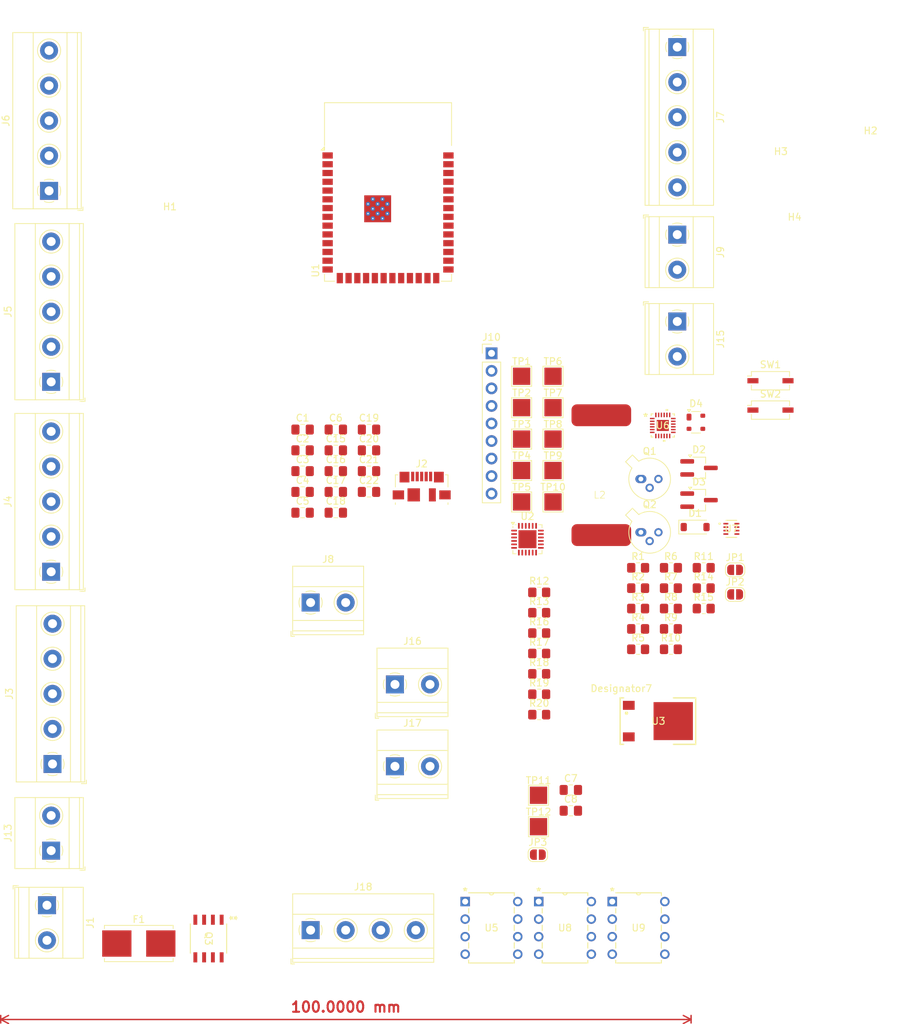
<source format=kicad_pcb>
(kicad_pcb (version 20240108) (generator "pcbnew") (generator_version "8.0")
  (layers (0 "F.Cu" signal) (31 "B.Cu" signal) (34 "B.Paste" user) (35 "F.Paste" user) (36 "B.SilkS" user "B.Silkscreen") (37 "F.SilkS" user "F.Silkscreen") (38 "B.Mask" user) (39 "F.Mask" user) (44 "Edge.Cuts" user))
  (net 0 "")
  (net 1 "+3V3")
  (net 2 "/CHIP_PU")
  (net 3 "/GPIO0_STRAPPING")
  (net 4 "Net-(U2-VPP)")
  (net 5 "+5V")
  (net 6 "Net-(JP3-A)")
  (net 7 "Net-(U6-REGOUT)")
  (net 8 "+3.3V")
  (net 9 "+12V")
  (net 10 "/SS")
  (net 11 "/SW")
  (net 12 "/BST")
  (net 13 "Net-(JP2-A)")
  (net 14 "Net-(D1-A)")
  (net 15 "/VBAT_READ")
  (net 16 "/D+")
  (net 17 "/D-")
  (net 18 "Net-(F1-Pad2)")
  (net 19 "Net-(J1-Pin_2)")
  (net 22 "/Autonomous_Soil_Monitoring_Rover_Ryan_v1/MOTOR1PWM")
  (net 23 "/Autonomous_Soil_Monitoring_Rover_Ryan_v1/MOTOR1FG")
  (net 24 "/Autonomous_Soil_Monitoring_Rover_Ryan_v1/MOTOR2FG")
  (net 25 "/Autonomous_Soil_Monitoring_Rover_Ryan_v1/MOTOR2PWM")
  (net 26 "/Autonomous_Soil_Monitoring_Rover_Ryan_v1/MOTOR3FG")
  (net 27 "/Autonomous_Soil_Monitoring_Rover_Ryan_v1/MOTOR3PWM")
  (net 28 "/Autonomous_Soil_Monitoring_Rover_Ryan_v1/MOTOR4PWM")
  (net 29 "/Autonomous_Soil_Monitoring_Rover_Ryan_v1/MOTOR4FG")
  (net 30 "/MPUINT")
  (net 31 "/MPUMOSI")
  (net 32 "/MPUCS")
  (net 33 "/MPUCLK")
  (net 34 "/MPUMISO")
  (net 35 "/Autonomous_Soil_Monitoring_Rover_Ryan_v1/Input_Probe_2")
  (net 36 "/Autonomous_Soil_Monitoring_Rover_Ryan_v1/Input_Probe_1")
  (net 38 "/temp_Sensor")
  (net 41 "/pH_Sensor")
  (net 42 "/Autonomous_Soil_Monitoring_Rover_Ryan_v1/LINACT+")
  (net 43 "/Autonomous_Soil_Monitoring_Rover_Ryan_v1/LINACT-")
  (net 44 "/Autonomous_Soil_Monitoring_Rover_Ryan_v1/UWBMISO")
  (net 45 "/Autonomous_Soil_Monitoring_Rover_Ryan_v1/UWBCLK")
  (net 46 "/Autonomous_Soil_Monitoring_Rover_Ryan_v1/UWBCS")
  (net 47 "/Autonomous_Soil_Monitoring_Rover_Ryan_v1/UWBMOSI")
  (net 48 "/RTS")
  (net 49 "Net-(Q1-B)")
  (net 50 "Net-(Q1-C)")
  (net 51 "Net-(Q2-B)")
  (net 52 "Net-(Q2-C)")
  (net 53 "/DTR")
  (net 54 "/GPIO3_STRAPPING")
  (net 55 "/GPIO46_STRAPPING")
  (net 56 "3V3")
  (net 57 "Net-(U8-+)")
  (net 58 "/FB")
  (net 59 "Net-(U9-+)")
  (net 60 "Net-(U5--)")
  (net 61 "Net-(U8--)")
  (net 62 "Net-(U9--)")
  (net 63 "/Autonomous_Soil_Monitoring_Rover_Ryan_v1/Moisture_Sensor_Output")
  (net 64 "/MOTOR4PWM")
  (net 67 "/Moisture_Sensor_Output")
  (net 68 "/MOTOR4FG")
  (net 69 "/LINACT+")
  (net 70 "/MOTOR2FG")
  (net 71 "/LINACT-")
  (net 73 "/UWBMOSI")
  (net 74 "/MOTOR1FG")
  (net 75 "/MOTOR1PWM")
  (net 78 "/RXD")
  (net 79 "/UWBMISO")
  (net 82 "/MOTOR3FG")
  (net 83 "/MOTOR2PWM")
  (net 84 "/UWBCLK")
  (net 85 "/TXD")
  (net 86 "/UWBCS")
  (net 88 "/MOTOR3PWM")
  (net 92 "/VBUS")
  (footprint "TerminalBlock_Phoenix:TerminalBlock_Phoenix_MKDS-1,5-5-5.08_1x05_P5.08mm_Horizontal" (layer "F.Cu") (at 40 126.5 90)
    (property "Reference" "J3" (at 10.16 -6.26 90) (layer "F.SilkS"))
    (property "Value" "Conn_01x05_Pin")
    (pad "1" thru_hole rect (at 0 0 90) (size 2.6 2.6) (drill 1.3) (layers "*.Cu" "*.Mask") (net 22 "/Autonomous_Soil_Monitoring_Rover_Ryan_v1/MOTOR1PWM"))
    (pad "2" thru_hole circle (at 5.08 0 90) (size 2.6 2.6) (drill 1.3) (layers "*.Cu" "*.Mask") (net 1 "+3V3"))
    (pad "3" thru_hole circle (at 10.16 0 90) (size 2.6 2.6) (drill 1.3) (layers "*.Cu" "*.Mask") (net 5 "+5V"))
    (pad "4" thru_hole circle (at 15.24 0 90) (size 2.6 2.6) (drill 1.3) (layers "*.Cu" "*.Mask") (net 23 "/Autonomous_Soil_Monitoring_Rover_Ryan_v1/MOTOR1FG"))
    (pad "5" thru_hole circle (at 20.32 0 90) (size 2.6 2.6) (drill 1.3) (layers "*.Cu" "*.Mask") (net 9 "+12V"))
  )
  (footprint "TerminalBlock_Phoenix:TerminalBlock_Phoenix_MKDS-1,5-2-5.08_1x02_P5.08mm_Horizontal" (layer "F.Cu") (at 39.195 146.955 -90)
    (property "Reference" "J1" (at 2.54 -6.26 90) (layer "F.SilkS"))
    (property "Value" "12V BATTERY POWER")
    (pad "1" thru_hole rect (at 0 0 270) (size 2.6 2.6) (drill 1.3) (layers "*.Cu" "*.Mask") (net 1 "+3V3"))
    (pad "2" thru_hole circle (at 5.08 0 270) (size 2.6 2.6) (drill 1.3) (layers "*.Cu" "*.Mask") (net 19 "Net-(J1-Pin_2)"))
  )
  (footprint "MountingHole:MountingHole_3.2mm_M3" (layer "F.Cu") (at 57 50)
    (property "Reference" "H1" (at 0 -4.2 0) (layer "F.SilkS"))
    (property "Value" "MountingHole")
    (pad "" np_thru_hole circle (at 0 0) (size 3.2 3.2) (drill 3.2) (layers "*.Cu" "*.Mask"))
  )
  (footprint "Capacitor_SMD:C_0805_2012Metric_Pad1.18x1.45mm_HandSolder" (layer "F.Cu") (at 76.224995 81.08)
    (property "Reference" "C2" (at 0 -1.68 0) (layer "F.SilkS"))
    (property "Value" "100 uF")
    (pad "1" smd roundrect (at -1.0375 0) (size 1.175 1.45) (layers "F.Cu" "F.Paste" "F.Mask") (roundrect_rratio 0.212766) (net 1 "+3V3"))
    (pad "2" smd roundrect (at 1.0375 0) (size 1.175 1.45) (layers "F.Cu" "F.Paste" "F.Mask") (roundrect_rratio 0.212766) (net 1 "+3V3"))
  )
  (footprint "Resistor_SMD:R_0805_2012Metric_Pad1.20x1.40mm_HandSolder" (layer "F.Cu") (at 124.830552 109.890552)
    (property "Reference" "R5" (at 0 -1.65 0) (layer "F.SilkS"))
    (property "Value" "10k")
    (pad "1" smd roundrect (at -1 0) (size 1.2 1.4) (layers "F.Cu" "F.Paste" "F.Mask") (roundrect_rratio 0.208333) (net 49 "Net-(Q1-B)"))
    (pad "2" smd roundrect (at 1 0) (size 1.2 1.4) (layers "F.Cu" "F.Paste" "F.Mask") (roundrect_rratio 0.208333) (net 53 "/DTR"))
  )
  (footprint "Diode_SMD:D_SOD-123" (layer "F.Cu") (at 133.085552 92.190552)
    (property "Reference" "D1" (at 0 -2 0) (layer "F.SilkS"))
    (property "Value" "D_Zener")
    (pad "1" smd roundrect (at -1.65 0) (size 0.9 1.2) (layers "F.Cu" "F.Paste" "F.Mask") (net 9 "+12V"))
    (pad "2" smd roundrect (at 1.65 0) (size 0.9 1.2) (layers "F.Cu" "F.Paste" "F.Mask") (net 14 "Net-(D1-A)"))
  )
  (footprint "Resistor_SMD:R_0805_2012Metric_Pad1.20x1.40mm_HandSolder" (layer "F.Cu") (at 129.580552 98.090552)
    (property "Reference" "R6" (at 0 -1.65 0) (layer "F.SilkS"))
    (property "Value" "10k")
    (pad "1" smd roundrect (at -1 0) (size 1.2 1.4) (layers "F.Cu" "F.Paste" "F.Mask") (roundrect_rratio 0.208333) (net 51 "Net-(Q2-B)"))
    (pad "2" smd roundrect (at 1 0) (size 1.2 1.4) (layers "F.Cu" "F.Paste" "F.Mask") (roundrect_rratio 0.208333) (net 48 "/RTS"))
  )
  (footprint "Jumper:SolderJumper-2_P1.3mm_Open_RoundedPad1.0x1.5mm" (layer "F.Cu") (at 138.880552 101.940552)
    (property "Reference" "JP2" (at 0 -1.8 0) (layer "F.SilkS"))
    (property "Value" "SolderJumper_2_Open")
    (pad "1" smd custom (at -0.65 0) (size 1 0.5) (layers "F.Cu" "F.Mask") (net 13 "Net-(JP2-A)") (options (clearance outline) (anchor rect)) (primitives (gr_circle (center 0 0.25) (end 0.5 0.25) (width 0) (fill yes)) (gr_circle (center 0 -0.25) (end 0.5 -0.25) (width 0) (fill yes)) (gr_poly (pts (xy 0.5 0.75) (xy 0 0.75) (xy 0 -0.75) (xy 0.5 -0.75)) (width 0) (fill yes))))
    (pad "2" smd custom (at 0.65 0) (size 1 0.5) (layers "F.Cu" "F.Mask") (net 5 "+5V") (options (clearance outline) (anchor rect)) (primitives (gr_circle (center 0 0.25) (end 0.5 0.25) (width 0) (fill yes)) (gr_circle (center 0 -0.25) (end 0.5 -0.25) (width 0) (fill yes)) (gr_poly (pts (xy 0 0.75) (xy -0.5 0.75) (xy -0.5 -0.75) (xy 0 -0.75)) (width 0) (fill yes))))
  )
  (footprint "Package_TO_SOT_THT:TO-18-3" (layer "F.Cu") (at 125.23 85.23)
    (property "Reference" "Q1" (at 1.27 -4.02 0) (layer "F.SilkS"))
    (property "Value" "BC107")
    (pad "1" thru_hole oval (at 0 0) (size 1.6 1.2) (drill 0.7) (layers "*.Cu" "*.Mask") (net 48 "/RTS"))
    (pad "2" thru_hole oval (at 1.27 1.27) (size 1.2 1.2) (drill 0.7) (layers "*.Cu" "*.Mask") (net 49 "Net-(Q1-B)"))
    (pad "3" thru_hole oval (at 2.54 0) (size 1.2 1.2) (drill 0.7) (layers "*.Cu" "*.Mask") (net 50 "Net-(Q1-C)"))
  )
  (footprint "Resistor_SMD:R_0805_2012Metric_Pad1.20x1.40mm_HandSolder" (layer "F.Cu") (at 134.330552 98.090552)
    (property "Reference" "R11" (at 0 -1.65 0) (layer "F.SilkS"))
    (property "Value" "10k")
    (pad "1" smd roundrect (at -1 0) (size 1.2 1.4) (layers "F.Cu" "F.Paste" "F.Mask") (roundrect_rratio 0.208333) (net 15 "/VBAT_READ"))
    (pad "2" smd roundrect (at 1 0) (size 1.2 1.4) (layers "F.Cu" "F.Paste" "F.Mask") (roundrect_rratio 0.208333) (net 1 "+3V3"))
  )
  (footprint "Resistor_SMD:R_0805_2012Metric_Pad1.20x1.40mm_HandSolder" (layer "F.Cu") (at 129.580552 106.940552)
    (property "Reference" "R9" (at 0 -1.65 0) (layer "F.SilkS"))
    (property "Value" "100k")
    (pad "1" smd roundrect (at -1 0) (size 1.2 1.4) (layers "F.Cu" "F.Paste" "F.Mask") (roundrect_rratio 0.208333) (net 14 "Net-(D1-A)"))
    (pad "2" smd roundrect (at 1 0) (size 1.2 1.4) (layers "F.Cu" "F.Paste" "F.Mask") (roundrect_rratio 0.208333) (net 1 "+3V3"))
  )
  (footprint "TerminalBlock_Phoenix:TerminalBlock_Phoenix_MKDS-1,5-5-5.08_1x05_P5.08mm_Horizontal" (layer "F.Cu") (at 130.5 22.68 -90)
    (property "Reference" "J7" (at 10.16 -6.26 90) (layer "F.SilkS"))
    (property "Value" "MPU SIGNAL")
    (pad "1" thru_hole rect (at 0 0 270) (size 2.6 2.6) (drill 1.3) (layers "*.Cu" "*.Mask") (net 31 "/MPUMOSI"))
    (pad "2" thru_hole circle (at 5.08 0 270) (size 2.6 2.6) (drill 1.3) (layers "*.Cu" "*.Mask") (net 33 "/MPUCLK"))
    (pad "3" thru_hole circle (at 10.16 0 270) (size 2.6 2.6) (drill 1.3) (layers "*.Cu" "*.Mask") (net 34 "/MPUMISO"))
    (pad "4" thru_hole circle (at 15.24 0 270) (size 2.6 2.6) (drill 1.3) (layers "*.Cu" "*.Mask") (net 32 "/MPUCS"))
    (pad "5" thru_hole circle (at 20.32 0 270) (size 2.6 2.6) (drill 1.3) (layers "*.Cu" "*.Mask") (net 30 "/MPUINT"))
  )
  (footprint "Resistor_SMD:R_0805_2012Metric_Pad1.20x1.40mm_HandSolder" (layer "F.Cu") (at 110.5 116.4)
    (property "Reference" "R19" (at 0 -1.65 0) (layer "F.SilkS"))
    (property "Value" "1K")
    (pad "1" smd roundrect (at -1 0) (size 1.2 1.4) (layers "F.Cu" "F.Paste" "F.Mask") (roundrect_rratio 0.208333) (net 1 "+3V3"))
    (pad "2" smd roundrect (at 1 0) (size 1.2 1.4) (layers "F.Cu" "F.Paste" "F.Mask") (roundrect_rratio 0.208333) (net 59 "Net-(U9-+)"))
  )
  (footprint "TSP62933DRLR:SOT-5X3-8_DRL_TEX" (layer "F.Cu") (at 138.339978 92.450652)
    (property "Reference" "U7" (at 0 0 0) (layer "F.SilkS"))
    (property "Value" "TPS62933DRLR")
    (pad "1" smd rect (at -0.8001 -0.750189) (size 0.7112 0.2286) (layers "F.Cu" "F.Paste" "F.Mask"))
    (pad "2" smd rect (at -0.8001 -0.250063) (size 0.7112 0.2286) (layers "F.Cu" "F.Paste" "F.Mask"))
    (pad "3" smd rect (at -0.8001 0.250063) (size 0.7112 0.2286) (layers "F.Cu" "F.Paste" "F.Mask") (net 9 "+12V"))
    (pad "4" smd rect (at -0.8001 0.750189) (size 0.7112 0.2286) (layers "F.Cu" "F.Paste" "F.Mask") (net 1 "+3V3"))
    (pad "5" smd rect (at 0.8001 0.750189) (size 0.7112 0.2286) (layers "F.Cu" "F.Paste" "F.Mask") (net 11 "/SW"))
    (pad "6" smd rect (at 0.8001 0.250063) (size 0.7112 0.2286) (layers "F.Cu" "F.Paste" "F.Mask") (net 12 "/BST"))
    (pad "7" smd rect (at 0.8001 -0.250063) (size 0.7112 0.2286) (layers "F.Cu" "F.Paste" "F.Mask") (net 10 "/SS"))
    (pad "8" smd rect (at 0.8001 -0.750189) (size 0.7112 0.2286) (layers "F.Cu" "F.Paste" "F.Mask") (net 58 "/FB"))
  )
  (footprint "TestPoint:TestPoint_Pad_2.5x2.5mm" (layer "F.Cu") (at 107.95 84)
    (property "Reference" "TP4" (at 0 -2.148 0) (layer "F.SilkS"))
    (property "Value" "TestPoint")
    (pad "1" smd rect (at 0 0) (size 2.5 2.5) (layers "F.Cu" "F.Mask") (net 17 "/D-"))
  )
  (footprint "Resistor_SMD:R_0805_2012Metric_Pad1.20x1.40mm_HandSolder" (layer "F.Cu") (at 124.830552 106.940552)
    (property "Reference" "R4" (at 0 -1.65 0) (layer "F.SilkS"))
    (property "Value" "1k")
    (pad "1" smd roundrect (at -1 0) (size 1.2 1.4) (layers "F.Cu" "F.Paste" "F.Mask") (roundrect_rratio 0.208333) (net 1 "+3V3"))
    (pad "2" smd roundrect (at 1 0) (size 1.2 1.4) (layers "F.Cu" "F.Paste" "F.Mask") (roundrect_rratio 0.208333) (net 55 "/GPIO46_STRAPPING"))
  )
  (footprint "MountingHole:MountingHole_3.2mm_M3" (layer "F.Cu") (at 145.5 42)
    (property "Reference" "H3" (at 0 -4.2 0) (layer "F.SilkS"))
    (property "Value" "MountingHole")
    (pad "" np_thru_hole circle (at 0 0) (size 3.2 3.2) (drill 3.2) (layers "*.Cu" "*.Mask"))
  )
  (footprint "Jumper:SolderJumper-2_P1.3mm_Open_RoundedPad1.0x1.5mm" (layer "F.Cu") (at 138.880552 98.390552)
    (property "Reference" "JP1" (at 0 -1.8 0) (layer "F.SilkS"))
    (property "Value" "SolderJumper_2_Open")
    (pad "1" smd custom (at -0.65 0) (size 1 0.5) (layers "F.Cu" "F.Mask") (net 1 "+3V3") (options (clearance outline) (anchor rect)) (primitives (gr_circle (center 0 0.25) (end 0.5 0.25) (width 0) (fill yes)) (gr_circle (center 0 -0.25) (end 0.5 -0.25) (width 0) (fill yes)) (gr_poly (pts (xy 0.5 0.75) (xy 0 0.75) (xy 0 -0.75) (xy 0.5 -0.75)) (width 0) (fill yes))))
    (pad "2" smd custom (at 0.65 0) (size 1 0.5) (layers "F.Cu" "F.Mask") (net 1 "+3V3") (options (clearance outline) (anchor rect)) (primitives (gr_circle (center 0 0.25) (end 0.5 0.25) (width 0) (fill yes)) (gr_circle (center 0 -0.25) (end 0.5 -0.25) (width 0) (fill yes)) (gr_poly (pts (xy 0 0.75) (xy -0.5 0.75) (xy -0.5 -0.75) (xy 0 -0.75)) (width 0) (fill yes))))
  )
  (footprint "TerminalBlock_Phoenix:TerminalBlock_Phoenix_MKDS-1,5-2-5.08_1x02_P5.08mm_Horizontal" (layer "F.Cu") (at 89.604995 114.98)
    (property "Reference" "J16" (at 2.54 -6.26 0) (layer "F.SilkS"))
    (property "Value" "UWB POWER")
    (pad "1" thru_hole rect (at 0 0) (size 2.6 2.6) (drill 1.3) (layers "*.Cu" "*.Mask") (net 1 "+3V3"))
    (pad "2" thru_hole circle (at 5.08 0) (size 2.6 2.6) (drill 1.3) (layers "*.Cu" "*.Mask") (net 1 "+3V3"))
  )
  (footprint "Resistor_SMD:R_0805_2012Metric_Pad1.20x1.40mm_HandSolder" (layer "F.Cu") (at 124.830552 98.090552)
    (property "Reference" "R1" (at 0 -1.65 0) (layer "F.SilkS"))
    (property "Value" "100k")
    (pad "1" smd roundrect (at -1 0) (size 1.2 1.4) (layers "F.Cu" "F.Paste" "F.Mask") (roundrect_rratio 0.208333) (net 1 "+3V3"))
    (pad "2" smd roundrect (at 1 0) (size 1.2 1.4) (layers "F.Cu" "F.Paste" "F.Mask") (roundrect_rratio 0.208333) (net 2 "/CHIP_PU"))
  )
  (footprint "Resistor_SMD:R_0805_2012Metric_Pad1.20x1.40mm_HandSolder" (layer "F.Cu") (at 110.5 119.35)
    (property "Reference" "R20" (at 0 -1.65 0) (layer "F.SilkS"))
    (property "Value" "1K")
    (pad "1" smd roundrect (at -1 0) (size 1.2 1.4) (layers "F.Cu" "F.Paste" "F.Mask") (roundrect_rratio 0.208333) (net 62 "Net-(U9--)"))
    (pad "2" smd roundrect (at 1 0) (size 1.2 1.4) (layers "F.Cu" "F.Paste" "F.Mask") (roundrect_rratio 0.208333) (net 63 "/Autonomous_Soil_Monitoring_Rover_Ryan_v1/Moisture_Sensor_Output"))
  )
  (footprint "Package_TO_SOT_SMD:SOT-143" (layer "F.Cu") (at 133.200601 77.0138)
    (property "Reference" "D4" (at 0.02 -2.7 0) (layer "F.SilkS"))
    (property "Value" "SP0503BAHT")
    (pad "1" smd roundrect (at -1 -0.75) (size 0.7 1) (layers "F.Cu" "F.Paste" "F.Mask") (net 1 "+3V3"))
    (pad "2" smd roundrect (at -1 0.95) (size 0.7 0.6) (layers "F.Cu" "F.Paste" "F.Mask") (net 16 "/D+"))
    (pad "3" smd roundrect (at 1 0.95) (size 0.7 0.6) (layers "F.Cu" "F.Paste" "F.Mask") (net 17 "/D-"))
    (pad "4" smd roundrect (at 1 -0.95) (size 0.7 0.6) (layers "F.Cu" "F.Paste" "F.Mask") (net 5 "+5V"))
  )
  (footprint "LM358P:P8" (layer "F.Cu") (at 118.047995 154.0452)
    (property "Reference" "U8" (at -3.81 -3.81 0) (layer "F.SilkS"))
    (property "Value" "~")
    (fp_text user "*" (at -7.62 -9.0678 0) (layer "F.SilkS"))
    (fp_text user "*" (at -7.62 -9.0678 0) (layer "F.SilkS"))
    (pad "1" thru_hole rect (at -7.62 -7.62) (size 1.3716 1.3716) (drill 0.8636) (layers "*.Cu" "*.Mask") (net 57 "Net-(U8-+)"))
    (pad "2" thru_hole circle (at -7.62 -5.08) (size 1.3716 1.3716) (drill 0.8636) (layers "*.Cu" "*.Mask") (net 61 "Net-(U8--)"))
    (pad "3" thru_hole circle (at -7.62 -2.54) (size 1.3716 1.3716) (drill 0.8636) (layers "*.Cu" "*.Mask") (net 56 "3V3"))
    (pad "4" thru_hole circle (at -7.62 0) (size 1.3716 1.3716) (drill 0.8636) (layers "*.Cu" "*.Mask") (net 1 "+3V3"))
    (pad "5" thru_hole circle (at 0 0) (size 1.3716 1.3716) (drill 0.8636) (layers "*.Cu" "*.Mask") (net 61 "Net-(U8--)"))
    (pad "6" thru_hole circle (at 0 -2.54) (size 1.3716 1.3716) (drill 0.8636) (layers "*.Cu" "*.Mask"))
    (pad "7" thru_hole circle (at 0 -5.08) (size 1.3716 1.3716) (drill 0.8636) (layers "*.Cu" "*.Mask"))
    (pad "8" thru_hole circle (at 0 -7.62) (size 1.3716 1.3716) (drill 0.8636) (layers "*.Cu" "*.Mask"))
  )
  (footprint "RF_Module:ESP32-S3-WROOM-1" (layer "F.Cu") (at 88.6 43.64)
    (property "Reference" "U1" (at -10.5 11.4 90) (layer "F.SilkS"))
    (property "Value" "ESP32-S3-WROOM-1")
    (pad "1" smd rect (at -8.75 -5.26) (size 1.5 0.9) (layers "F.Cu" "F.Paste" "F.Mask") (net 1 "+3V3"))
    (pad "2" smd rect (at -8.75 -3.99) (size 1.5 0.9) (layers "F.Cu" "F.Paste" "F.Mask") (net 1 "+3V3"))
    (pad "3" smd rect (at -8.75 -2.72) (size 1.5 0.9) (layers "F.Cu" "F.Paste" "F.Mask") (net 2 "/CHIP_PU"))
    (pad "4" smd rect (at -8.75 -1.45) (size 1.5 0.9) (layers "F.Cu" "F.Paste" "F.Mask") (net 15 "/VBAT_READ"))
    (pad "5" smd rect (at -8.75 -0.18) (size 1.5 0.9) (layers "F.Cu" "F.Paste" "F.Mask") (net 67 "/Moisture_Sensor_Output"))
    (pad "6" smd rect (at -8.75 1.09) (size 1.5 0.9) (layers "F.Cu" "F.Paste" "F.Mask") (net 41 "/pH_Sensor"))
    (pad "7" smd rect (at -8.75 2.36) (size 1.5 0.9) (layers "F.Cu" "F.Paste" "F.Mask") (net 38 "/temp_Sensor"))
    (pad "8" smd rect (at -8.75 3.63) (size 1.5 0.9) (layers "F.Cu" "F.Paste" "F.Mask") (net 30 "/MPUINT"))
    (pad "9" smd rect (at -8.75 4.9) (size 1.5 0.9) (layers "F.Cu" "F.Paste" "F.Mask"))
    (pad "10" smd rect (at -8.75 6.17) (size 1.5 0.9) (layers "F.Cu" "F.Paste" "F.Mask") (net 75 "/MOTOR1PWM"))
    (pad "11" smd rect (at -8.75 7.44) (size 1.5 0.9) (layers "F.Cu" "F.Paste" "F.Mask") (net 74 "/MOTOR1FG"))
    (pad "12" smd rect (at -8.75 8.71) (size 1.5 0.9) (layers "F.Cu" "F.Paste" "F.Mask"))
    (pad "13" smd rect (at -8.75 9.98) (size 1.5 0.9) (layers "F.Cu" "F.Paste" "F.Mask") (net 83 "/MOTOR2PWM"))
    (pad "14" smd rect (at -8.75 11.25 180) (size 1.5 0.9) (layers "F.Cu" "F.Paste" "F.Mask") (net 70 "/MOTOR2FG"))
    (pad "15" smd rect (at -6.985 12.5 270) (size 1.5 0.9) (layers "F.Cu" "F.Paste" "F.Mask") (net 54 "/GPIO3_STRAPPING"))
    (pad "16" smd rect (at -5.715 12.5 270) (size 1.5 0.9) (layers "F.Cu" "F.Paste" "F.Mask") (net 55 "/GPIO46_STRAPPING"))
    (pad "17" smd rect (at -4.445 12.5 270) (size 1.5 0.9) (layers "F.Cu" "F.Paste" "F.Mask") (net 86 "/UWBCS"))
    (pad "18" smd rect (at -3.175 12.5 270) (size 1.5 0.9) (layers "F.Cu" "F.Paste" "F.Mask") (net 71 "/LINACT-"))
    (pad "19" smd rect (at -1.905 12.5 270) (size 1.5 0.9) (layers "F.Cu" "F.Paste" "F.Mask") (net 31 "/MPUMOSI"))
    (pad "20" smd rect (at -0.635 12.5 270) (size 1.5 0.9) (layers "F.Cu" "F.Paste" "F.Mask") (net 33 "/MPUCLK"))
    (pad "21" smd rect (at 0.635 12.5 270) (size 1.5 0.9) (layers "F.Cu" "F.Paste" "F.Mask") (net 34 "/MPUMISO"))
    (pad "22" smd rect (at 1.905 12.5 270) (size 1.5 0.9) (layers "F.Cu" "F.Paste" "F.Mask") (net 32 "/MPUCS"))
    (pad "23" smd rect (at 3.175 12.5 270) (size 1.5 0.9) (layers "F.Cu" "F.Paste" "F.Mask"))
    (pad "24" smd rect (at 4.445 12.5 270) (size 1.5 0.9) (layers "F.Cu" "F.Paste" "F.Mask"))
    (pad "25" smd rect (at 5.715 12.5 270) (size 1.5 0.9) (layers "F.Cu" "F.Paste" "F.Mask"))
    (pad "26" smd rect (at 6.985 12.5 270) (size 1.5 0.9) (layers "F.Cu" "F.Paste" "F.Mask"))
    (pad "27" smd rect (at 8.75 11.25) (size 1.5 0.9) (layers "F.Cu" "F.Paste" "F.Mask") (net 3 "/GPIO0_STRAPPING"))
    (pad "28" smd rect (at 8.75 9.98) (size 1.5 0.9) (layers "F.Cu" "F.Paste" "F.Mask") (net 73 "/UWBMOSI"))
    (pad "29" smd rect (at 8.75 8.71) (size 1.5 0.9) (layers "F.Cu" "F.Paste" "F.Mask") (net 84 "/UWBCLK"))
    (pad "30" smd rect (at 8.75 7.44) (size 1.5 0.9) (layers "F.Cu" "F.Paste" "F.Mask") (net 79 "/UWBMISO"))
    (pad "31" smd rect (at 8.75 6.17) (size 1.5 0.9) (layers "F.Cu" "F.Paste" "F.Mask") (net 69 "/LINACT+"))
    (pad "32" smd rect (at 8.75 4.9) (size 1.5 0.9) (layers "F.Cu" "F.Paste" "F.Mask") (net 88 "/MOTOR3PWM"))
    (pad "33" smd rect (at 8.75 3.63) (size 1.5 0.9) (layers "F.Cu" "F.Paste" "F.Mask") (net 82 "/MOTOR3FG"))
    (pad "34" smd rect (at 8.75 2.36) (size 1.5 0.9) (layers "F.Cu" "F.Paste" "F.Mask") (net 64 "/MOTOR4PWM"))
    (pad "35" smd rect (at 8.75 1.09) (size 1.5 0.9) (layers "F.Cu" "F.Paste" "F.Mask") (net 68 "/MOTOR4FG"))
    (pad "36" smd rect (at 8.75 -0.18) (size 1.5 0.9) (layers "F.Cu" "F.Paste" "F.Mask") (net 85 "/TXD"))
    (pad "37" smd rect (at 8.75 -1.45) (size 1.5 0.9) (layers "F.Cu" "F.Paste" "F.Mask") (net 78 "/RXD"))
    (pad "38" smd rect (at 8.75 -2.72) (size 1.5 0.9) (layers "F.Cu" "F.Paste" "F.Mask"))
    (pad "39" smd rect (at 8.75 -3.99) (size 1.5 0.9) (layers "F.Cu" "F.Paste" "F.Mask"))
    (pad "40" smd rect (at 8.75 -5.26) (size 1.5 0.9) (layers "F.Cu" "F.Paste" "F.Mask") (net 1 "+3V3"))
    (pad "41" thru_hole circle (at -2.9 1.76 90) (size 0.6 0.6) (drill 0.2) (property pad_prop_heatsink) (layers "*.Cu" "F.Mask") (net 1 "+3V3"))
    (pad "41" thru_hole circle (at -2.9 3.16) (size 0.6 0.6) (drill 0.2) (property pad_prop_heatsink) (layers "*.Cu" "F.Mask") (net 1 "+3V3"))
    (pad "41" thru_hole circle (at -2.2 1.06) (size 0.6 0.6) (drill 0.2) (property pad_prop_heatsink) (layers "*.Cu" "F.Mask") (net 1 "+3V3"))
    (pad "41" thru_hole circle (at -2.2 2.46) (size 0.6 0.6) (drill 0.2) (property pad_prop_heatsink) (layers "*.Cu" "F.Mask") (net 1 "+3V3"))
    (pad "41" thru_hole circle (at -2.2 3.86) (size 0.6 0.6) (drill 0.2) (property pad_prop_heatsink) (layers "*.Cu" "F.Mask") (net 1 "+3V3"))
    (pad "41" thru_hole circle (at -1.5 1.76) (size 0.6 0.6) (drill 0.2) (property pad_prop_heatsink) (layers "*.Cu" "F.Mask") (net 1 "+3V3"))
    (pad "41" smd rect (at -1.5 2.46 270) (size 3.9 3.9) (layers "F.Cu" "F.Mask") (net 1 "+3V3"))
    (pad "41" thru_hole circle (at -1.5 3.16) (size 0.6 0.6) (drill 0.2) (property pad_prop_heatsink) (layers "*.Cu" "F.Mask") (net 1 "+3V3"))
    (pad "41" thru_hole circle (at -0.8 1.06) (size 0.6 0.6) (drill 0.2) (property pad_prop_heatsink) (layers "*.Cu" "F.Mask") (net 1 "+3V3"))
    (pad "41" thru_hole circle (at -0.8 2.46) (size 0.6 0.6) (drill 0.2) (property pad_prop_heatsink) (layers "*.Cu" "F.Mask") (net 1 "+3V3"))
    (pad "41" thru_hole circle (at -0.8 3.86) (size 0.6 0.6) (drill 0.2) (property pad_prop_heatsink) (layers "*.Cu" "F.Mask") (net 1 "+3V3"))
    (pad "41" thru_hole circle (at -0.1 1.76) (size 0.6 0.6) (drill 0.2) (property pad_prop_heatsink) (layers "*.Cu" "F.Mask") (net 1 "+3V3"))
    (pad "41" thru_hole circle (at -0.1 3.16) (size 0.6 0.6) (drill 0.2) (property pad_prop_heatsink) (layers "*.Cu" "F.Mask") (net 1 "+3V3"))
  )
  (footprint "TerminalBlock_Phoenix:TerminalBlock_Phoenix_MKDS-1,5-2-5.08_1x02_P5.08mm_Horizontal" (layer "F.Cu") (at 89.604995 126.84)
    (property "Reference" "J17" (at 2.54 -6.26 0) (layer "F.SilkS"))
    (property "Value" "LINEAR ACTUATOR SIGNAL")
    (pad "1" thru_hole rect (at 0 0) (size 2.6 2.6) (drill 1.3) (layers "*.Cu" "*.Mask") (net 42 "/Autonomous_Soil_Monitoring_Rover_Ryan_v1/LINACT+"))
    (pad "2" thru_hole circle (at 5.08 0) (size 2.6 2.6) (drill 1.3) (layers "*.Cu" "*.Mask") (net 43 "/Autonomous_Soil_Monitoring_Rover_Ryan_v1/LINACT-"))
  )
  (footprint "Resistor_SMD:R_0805_2012Metric_Pad1.20x1.40mm_HandSolder" (layer "F.Cu") (at 124.830552 103.990552)
    (property "Reference" "R3" (at 0 -1.65 0) (layer "F.SilkS"))
    (property "Value" "1k")
    (pad "1" smd roundrect (at -1 0) (size 1.2 1.4) (layers "F.Cu" "F.Paste" "F.Mask") (roundrect_rratio 0.208333) (net 1 "+3V3"))
    (pad "2" smd roundrect (at 1 0) (size 1.2 1.4) (layers "F.Cu" "F.Paste" "F.Mask") (roundrect_rratio 0.208333) (net 54 "/GPIO3_STRAPPING"))
  )
  (footprint "Resistor_SMD:R_0805_2012Metric_Pad1.20x1.40mm_HandSolder" (layer "F.Cu") (at 129.580552 101.040552)
    (property "Reference" "R7" (at 0 -1.65 0) (layer "F.SilkS"))
    (property "Value" "10k")
    (pad "1" smd roundrect (at -1 0) (size 1.2 1.4) (layers "F.Cu" "F.Paste" "F.Mask") (roundrect_rratio 0.208333) (net 50 "Net-(Q1-C)"))
    (pad "2" smd roundrect (at 1 0) (size 1.2 1.4) (layers "F.Cu" "F.Paste" "F.Mask") (roundrect_rratio 0.208333) (net 2 "/CHIP_PU"))
  )
  (footprint "TestPoint:TestPoint_Pad_2.5x2.5mm" (layer "F.Cu") (at 110.4 131.03)
    (property "Reference" "TP11" (at 0 -2.148 0) (layer "F.SilkS"))
    (property "Value" "TestPoint")
    (pad "1" smd rect (at 0 0) (size 2.5 2.5) (layers "F.Cu" "F.Mask") (net 6 "Net-(JP3-A)"))
  )
  (footprint "Capacitor_SMD:C_0805_2012Metric_Pad1.18x1.45mm_HandSolder" (layer "F.Cu") (at 81.034995 84.09)
    (property "Reference" "C16" (at 0 -1.68 0) (layer "F.SilkS"))
    (property "Value" "0.1uf")
    (pad "1" smd roundrect (at -1.0375 0) (size 1.175 1.45) (layers "F.Cu" "F.Paste" "F.Mask") (roundrect_rratio 0.212766) (net 1 "+3V3"))
    (pad "2" smd roundrect (at 1.0375 0) (size 1.175 1.45) (layers "F.Cu" "F.Paste" "F.Mask") (roundrect_rratio 0.212766) (net 7 "Net-(U6-REGOUT)"))
  )
  (footprint "Capacitor_SMD:C_0805_2012Metric_Pad1.18x1.45mm_HandSolder" (layer "F.Cu") (at 76.224995 87.1)
    (property "Reference" "C4" (at 0 -1.68 0) (layer "F.SilkS"))
    (property "Value" "1 uF")
    (pad "1" smd roundrect (at -1.0375 0) (size 1.175 1.45) (layers "F.Cu" "F.Paste" "F.Mask") (roundrect_rratio 0.212766) (net 3 "/GPIO0_STRAPPING"))
    (pad "2" smd roundrect (at 1.0375 0) (size 1.175 1.45) (layers "F.Cu" "F.Paste" "F.Mask") (roundrect_rratio 0.212766) (net 1 "+3V3"))
  )
  (footprint "Capacitor_SMD:C_0805_2012Metric_Pad1.18x1.45mm_HandSolder" (layer "F.Cu") (at 85.844995 78.07)
    (property "Reference" "C19" (at 0 -1.68 0) (layer "F.SilkS"))
    (property "Value" "100nF")
    (pad "1" smd roundrect (at -1.0375 0) (size 1.175 1.45) (layers "F.Cu" "F.Paste" "F.Mask") (roundrect_rratio 0.212766) (net 9 "+12V"))
    (pad "2" smd roundrect (at 1.0375 0) (size 1.175 1.45) (layers "F.Cu" "F.Paste" "F.Mask") (roundrect_rratio 0.212766) (net 1 "+3V3"))
  )
  (footprint "TestPoint:TestPoint_Pad_2.5x2.5mm" (layer "F.Cu") (at 112.5 88.55)
    (property "Reference" "TP10" (at 0 -2.148 0) (layer "F.SilkS"))
    (property "Value" "TestPoint")
    (pad "1" smd rect (at 0 0) (size 2.5 2.5) (layers "F.Cu" "F.Mask") (net 1 "+3V3"))
  )
  (footprint "Jumper:SolderJumper-2_P1.3mm_Open_RoundedPad1.0x1.5mm" (layer "F.Cu") (at 110.3 139.63)
    (property "Reference" "JP3" (at 0 -1.8 0) (layer "F.SilkS"))
    (property "Value" "SolderJumper_2_Open")
    (pad "1" smd custom (at -0.65 0) (size 1 0.5) (layers "F.Cu" "F.Mask") (net 6 "Net-(JP3-A)") (options (clearance outline) (anchor rect)) (primitives (gr_circle (center 0 0.25) (end 0.5 0.25) (width 0) (fill yes)) (gr_circle (center 0 -0.25) (end 0.5 -0.25) (width 0) (fill yes)) (gr_poly (pts (xy 0.5 0.75) (xy 0 0.75) (xy 0 -0.75) (xy 0.5 -0.75)) (width 0) (fill yes))))
    (pad "2" smd custom (at 0.65 0) (size 1 0.5) (layers "F.Cu" "F.Mask") (net 1 "+3V3") (options (clearance outline) (anchor rect)) (primitives (gr_circle (center 0 0.25) (end 0.5 0.25) (width 0) (fill yes)) (gr_circle (center 0 -0.25) (end 0.5 -0.25) (width 0) (fill yes)) (gr_poly (pts (xy 0 0.75) (xy -0.5 0.75) (xy -0.5 -0.75) (xy 0 -0.75)) (width 0) (fill yes))))
  )
  (footprint "LM358P:P8" (layer "F.Cu") (at 128.699995 154.0452)
    (property "Reference" "U9" (at -3.81 -3.81 0) (layer "F.SilkS"))
    (property "Value" "~")
    (fp_text user "*" (at -7.62 -9.0678 0) (layer "F.SilkS"))
    (fp_text user "*" (at -7.62 -9.0678 0) (layer "F.SilkS"))
    (pad "1" thru_hole rect (at -7.62 -7.62) (size 1.3716 1.3716) (drill 0.8636) (layers "*.Cu" "*.Mask") (net 59 "Net-(U9-+)"))
    (pad "2" thru_hole circle (at -7.62 -5.08) (size 1.3716 1.3716) (drill 0.8636) (layers "*.Cu" "*.Mask") (net 62 "Net-(U9--)"))
    (pad "3" thru_hole circle (at -7.62 -2.54) (size 1.3716 1.3716) (drill 0.8636) (layers "*.Cu" "*.Mask") (net 1 "+3V3"))
    (pad "4" thru_hole circle (at -7.62 0) (size 1.3716 1.3716) (drill 0.8636) (layers "*.Cu" "*.Mask") (net 56 "3V3"))
    (pad "5" thru_hole circle (at 0 0) (size 1.3716 1.3716) (drill 0.8636) (layers "*.Cu" "*.Mask") (net 63 "/Autonomous_Soil_Monitoring_Rover_Ryan_v1/Moisture_Sensor_Output"))
    (pad "6" thru_hole circle (at 0 -2.54) (size 1.3716 1.3716) (drill 0.8636) (layers "*.Cu" "*.Mask"))
    (pad "7" thru_hole circle (at 0 -5.08) (size 1.3716 1.3716) (drill 0.8636) (layers "*.Cu" "*.Mask"))
    (pad "8" thru_hole circle (at 0 -7.62) (size 1.3716 1.3716) (drill 0.8636) (layers "*.Cu" "*.Mask"))
  )
  (footprint "Resistor_SMD:R_0805_2012Metric_Pad1.20x1.40mm_HandSolder" (layer "F.Cu") (at 110.5 107.55)
    (property "Reference" "R16" (at 0 -1.65 0) (layer "F.SilkS"))
    (property "Value" "10M")
    (pad "1" smd roundrect (at -1 0) (size 1.2 1.4) (layers "F.Cu" "F.Paste" "F.Mask") (roundrect_rratio 0.208333) (net 1 "+3V3"))
    (pad "2" smd roundrect (at 1 0) (size 1.2 1.4) (layers "F.Cu" "F.Paste" "F.Mask") (roundrect_rratio 0.208333) (net 57 "Net-(U8-+)"))
  )
  (footprint "TestPoint:TestPoint_Pad_2.5x2.5mm" (layer "F.Cu") (at 107.95 88.55)
    (property "Reference" "TP5" (at 0 -2.148 0) (layer "F.SilkS"))
    (property "Value" "TestPoint")
    (pad "1" smd rect (at 0 0) (size 2.5 2.5) (layers "F.Cu" "F.Mask") (net 1 "+3V3"))
  )
  (footprint "TestPoint:TestPoint_Pad_2.5x2.5mm" (layer "F.Cu") (at 110.4 135.58)
    (property "Reference" "TP12" (at 0 -2.148 0) (layer "F.SilkS"))
    (property "Value" "TestPoint")
    (pad "1" smd rect (at 0 0) (size 2.5 2.5) (layers "F.Cu" "F.Mask") (net 1 "+3V3"))
  )
  (footprint "Button_Switch_SMD:SW_DIP_SPSTx01_Slide_Copal_CHS-01A_W5.08mm_P1.27mm_JPin" (layer "F.Cu") (at 144 75.25)
    (property "Reference" "SW2" (at 0 -2.33 0) (layer "F.SilkS"))
    (property "Value" "SW_Push")
    (pad "1" smd rect (at -2.54 0) (size 1.6 0.76) (layers "F.Cu" "F.Paste" "F.Mask") (net 1 "+3V3"))
    (pad "2" smd rect (at 2.54 0) (size 1.6 0.76) (layers "F.Cu" "F.Paste" "F.Mask") (net 3 "/GPIO0_STRAPPING"))
  )
  (footprint "Button_Switch_SMD:SW_DIP_SPSTx01_Slide_Copal_CHS-01A_W5.08mm_P1.27mm_JPin" (layer "F.Cu") (at 144 71)
    (property "Reference" "SW1" (at 0 -2.33 0) (layer "F.SilkS"))
    (property "Value" "SW_Push")
    (pad "1" smd rect (at -2.54 0) (size 1.6 0.76) (layers "F.Cu" "F.Paste" "F.Mask") (net 1 "+3V3"))
    (pad "2" smd rect (at 2.54 0) (size 1.6 0.76) (layers "F.Cu" "F.Paste" "F.Mask") (net 2 "/CHIP_PU"))
  )
  (footprint "Capacitor_SMD:C_0805_2012Metric_Pad1.18x1.45mm_HandSolder" (layer "F.Cu") (at 81.034995 87.1)
    (property "Reference" "C17" (at 0 -1.68 0) (layer "F.SilkS"))
    (property "Value" "0.1uf")
    (pad "1" smd roundrect (at -1.0375 0) (size 1.175 1.45) (layers "F.Cu" "F.Paste" "F.Mask") (roundrect_rratio 0.212766) (net 8 "+3.3V"))
    (pad "2" smd roundrect (at 1.0375 0) (size 1.175 1.45) (layers "F.Cu" "F.Paste" "F.Mask") (roundrect_rratio 0.212766) (net 1 "+3V3"))
  )
  (footprint "TerminalBlock_Phoenix:TerminalBlock_Phoenix_MKDS-1,5-4-5.08_1x04_P5.08mm_Horizontal" (layer "F.Cu") (at 77.384995 150.56)
    (property "Reference" "J18" (at 7.62 -6.26 0) (layer "F.SilkS"))
    (property "Value" "UWB SIGNAL")
    (pad "1" thru_hole rect (at 0 0) (size 2.6 2.6) (drill 1.3) (layers "*.Cu" "*.Mask") (net 47 "/Autonomous_Soil_Monitoring_Rover_Ryan_v1/UWBMOSI"))
    (pad "2" thru_hole circle (at 5.08 0) (size 2.6 2.6) (drill 1.3) (layers "*.Cu" "*.Mask") (net 45 "/Autonomous_Soil_Monitoring_Rover_Ryan_v1/UWBCLK"))
    (pad "3" thru_hole circle (at 10.16 0) (size 2.6 2.6) (drill 1.3) (layers "*.Cu" "*.Mask") (net 44 "/Autonomous_Soil_Monitoring_Rover_Ryan_v1/UWBMISO"))
    (pad "4" thru_hole circle (at 15.24 0) (size 2.6 2.6) (drill 1.3) (layers "*.Cu" "*.Mask") (net 46 "/Autonomous_Soil_Monitoring_Rover_Ryan_v1/UWBCS"))
  )
  (footprint "LM358P:P8" (layer "F.Cu") (at 107.395995 154.0452)
    (property "Reference" "U5" (at -3.81 -3.81 0) (layer "F.SilkS"))
    (property "Value" "~")
    (fp_text user "*" (at -7.62 -9.0678 0) (layer "F.SilkS"))
    (fp_text user "*" (at -7.62 -9.0678 0) (layer "F.SilkS"))
    (pad "1" thru_hole rect (at -7.62 -7.62) (size 1.3716 1.3716) (drill 0.8636) (layers "*.Cu" "*.Mask") (net 56 "3V3"))
    (pad "2" thru_hole circle (at -7.62 -5.08) (size 1.3716 1.3716) (drill 0.8636) (layers "*.Cu" "*.Mask") (net 60 "Net-(U5--)"))
    (pad "3" thru_hole circle (at -7.62 -2.54) (size 1.3716 1.3716) (drill 0.8636) (layers "*.Cu" "*.Mask") (net 56 "3V3"))
    (pad "4" thru_hole circle (at -7.62 0) (size 1.3716 1.3716) (drill 0.8636) (layers "*.Cu" "*.Mask") (net 1 "+3V3"))
    (pad "5" thru_hole circle (at 0 0) (size 1.3716 1.3716) (drill 0.8636) (layers "*.Cu" "*.Mask") (net 60 "Net-(U5--)"))
    (pad "6" thru_hole circle (at 0 -2.54) (size 1.3716 1.3716) (drill 0.8636) (layers "*.Cu" "*.Mask"))
    (pad "7" thru_hole circle (at 0 -5.08) (size 1.3716 1.3716) (drill 0.8636) (layers "*.Cu" "*.Mask"))
    (pad "8" thru_hole circle (at 0 -7.62) (size 1.3716 1.3716) (drill 0.8636) (layers "*.Cu" "*.Mask"))
  )
  (footprint "MPU6500:QFN24_3X3X0P9_IVS" (layer "F.Cu") (at 128.400001 77.476)
    (property "Reference" "U6" (at 0 0 0) (layer "F.SilkS"))
    (property "Value" "MPU-6500")
    (fp_text user "*" (at -2.4892 -1.2 0) (layer "F.SilkS"))
    (fp_text user "*" (at -2.4892 -1.2 0) (layer "F.SilkS"))
    (pad "1" smd rect (at -1.524 -1.000001 90) (size 0.2032 0.6604) (layers "F.Cu" "F.Paste" "F.Mask"))
    (pad "2" smd rect (at -1.524 -0.599999 90) (size 0.2032 0.6604) (layers "F.Cu" "F.Paste" "F.Mask"))
    (pad "3" smd rect (at -1.524 -0.2 90) (size 0.2032 0.6604) (layers "F.Cu" "F.Paste" "F.Mask"))
    (pad "4" smd rect (at -1.524 0.2 90) (size 0.2032 0.6604) (layers "F.Cu" "F.Paste" "F.Mask"))
    (pad "5" smd rect (at -1.524 0.599999 90) (size 0.2032 0.6604) (layers "F.Cu" "F.Paste" "F.Mask"))
    (pad "6" smd rect (at -1.524 1.000001 90) (size 0.2032 0.6604) (layers "F.Cu" "F.Paste" "F.Mask"))
    (pad "7" smd rect (at -1.000001 1.524) (size 0.2032 0.6604) (layers "F.Cu" "F.Paste" "F.Mask"))
    (pad "8" smd rect (at -0.599999 1.524) (size 0.2032 0.6604) (layers "F.Cu" "F.Paste" "F.Mask") (net 1 "+3V3"))
    (pad "9" smd rect (at -0.2 1.524) (size 0.2032 0.6604) (layers "F.Cu" "F.Paste" "F.Mask") (net 34 "/MPUMISO"))
    (pad "10" smd rect (at 0.2 1.524) (size 0.2032 0.6604) (layers "F.Cu" "F.Paste" "F.Mask") (net 7 "Net-(U6-REGOUT)"))
    (pad "11" smd rect (at 0.599999 1.524) (size 0.2032 0.6604) (layers "F.Cu" "F.Paste" "F.Mask"))
    (pad "12" smd rect (at 1.000001 1.524) (size 0.2032 0.6604) (layers "F.Cu" "F.Paste" "F.Mask") (net 30 "/MPUINT"))
    (pad "13" smd rect (at 1.524 1.000001 90) (size 0.2032 0.6604) (layers "F.Cu" "F.Paste" "F.Mask") (net 8 "+3.3V"))
    (pad "14" smd rect (at 1.524 0.599999 90) (size 0.2032 0.6604) (layers "F.Cu" "F.Paste" "F.Mask"))
    (pad "15" smd rect (at 1.524 0.2 90) (size 0.2032 0.6604) (layers "F.Cu" "F.Paste" "F.Mask"))
    (pad "16" smd rect (at 1.524 -0.2 90) (size 0.2032 0.6604) (layers "F.Cu" "F.Paste" "F.Mask"))
    (pad "17" smd rect (at 1.524 -0.599999 90) (size 0.2032 0.6604) (layers "F.Cu" "F.Paste" "F.Mask"))
    (pad "18" smd rect (at 1.524 -1.000001 90) (size 0.2032 0.6604) (layers "F.Cu" "F.Paste" "F.Mask") (net 1 "+3V3"))
    (pad "19" smd rect (at 1.000001 -1.524) (size 0.2032 0.6604) (layers "F.Cu" "F.Paste" "F.Mask"))
    (pad "20" smd rect (at 0.599999 -1.524) (size 0.2032 0.6604) (layers "F.Cu" "F.Paste" "F.Mask"))
    (pad "21" smd rect (at 0.2 -1.524) (size 0.2032 0.6604) (layers "F.Cu" "F.Paste" "F.Mask"))
    (pad "22" smd rect (at -0.2 -1.524) (size 0.2032 0.6604) (layers "F.Cu" "F.Paste" "F.Mask") (net 32 "/MPUCS"))
    (pad "23" smd rect (at -0.599999 -1.524) (size 0.2032 0.6604) (layers "F.Cu" "F.Paste" "F.Mask") (net 33 "/MPUCLK"))
    (pad "24" smd rect (at -1.000001 -1.524) (size 0.2032 0.6604) (layers "F.Cu" "F.Paste" "F.Mask") (net 31 "/MPUMOSI"))
    (pad "25" smd rect (at 0 0) (size 1.7526 1.6002) (layers "F.Cu" "F.Paste" "F.Mask"))
  )
  (footprint "Package_DFN_QFN:QFN-24-1EP_4x4mm_P0.5mm_EP2.6x2.6mm" (layer "F.Cu") (at 108.8 93.95)
    (property "Reference" "U2" (at 0 -3.3 0) (layer "F.SilkS"))
    (property "Value" "CP2104")
    (pad "1" smd roundrect (at -1.9375 -1.25) (size 0.825 0.25) (layers "F.Cu" "F.Paste" "F.Mask"))
    (pad "2" smd roundrect (at -1.9375 -0.75) (size 0.825 0.25) (layers "F.Cu" "F.Paste" "F.Mask") (net 1 "+3V3"))
    (pad "3" smd roundrect (at -1.9375 -0.25) (size 0.825 0.25) (layers "F.Cu" "F.Paste" "F.Mask") (net 16 "/D+"))
    (pad "4" smd roundrect (at -1.9375 0.25) (size 0.825 0.25) (layers "F.Cu" "F.Paste" "F.Mask") (net 17 "/D-"))
    (pad "5" smd roundrect (at -1.9375 0.75) (size 0.825 0.25) (layers "F.Cu" "F.Paste" "F.Mask") (net 1 "+3V3"))
    (pad "6" smd roundrect (at -1.9375 1.25) (size 0.825 0.25) (layers "F.Cu" "F.Paste" "F.Mask") (net 1 "+3V3"))
    (pad "7" smd roundrect (at -1.25 1.9375) (size 0.25 0.825) (layers "F.Cu" "F.Paste" "F.Mask") (net 1 "+3V3"))
    (pad "8" smd roundrect (at -0.75 1.9375) (size 0.25 0.825) (layers "F.Cu" "F.Paste" "F.Mask") (net 92 "/VBUS"))
    (pad "9" smd roundrect (at -0.25 1.9375) (size 0.25 0.825) (layers "F.Cu" "F.Paste" "F.Mask"))
    (pad "10" smd roundrect (at 0.25 1.9375) (size 0.25 0.825) (layers "F.Cu" "F.Paste" "F.Mask"))
    (pad "11" smd roundrect (at 0.75 1.9375) (size 0.25 0.825) (layers "F.Cu" "F.Paste" "F.Mask"))
    (pad "12" smd roundrect (at 1.25 1.9375) (size 0.25 0.825) (layers "F.Cu" "F.Paste" "F.Mask"))
    (pad "13" smd roundrect (at 1.9375 1.25) (size 0.825 0.25) (layers "F.Cu" "F.Paste" "F.Mask"))
    (pad "14" smd roundrect (at 1.9375 0.75) (size 0.825 0.25) (layers "F.Cu" "F.Paste" "F.Mask"))
    (pad "15" smd roundrect (at 1.9375 0.25) (size 0.825 0.25) (layers "F.Cu" "F.Paste" "F.Mask"))
    (pad "16" smd roundrect (at 1.9375 -0.25) (size 0.825 0.25) (layers "F.Cu" "F.Paste" "F.Mask") (net 4 "Net-(U2-VPP)"))
    (pad "17" smd roundrect (at 1.9375 -0.75) (size 0.825 0.25) (layers "F.Cu" "F.Paste" "F.Mask"))
    (pad "18" smd roundrect (at 1.9375 -1.25) (size 0.825 0.25) (layers "F.Cu" "F.Paste" "F.Mask"))
    (pad "19" smd roundrect (at 1.25 -1.9375) (size 0.25 0.825) (layers "F.Cu" "F.Paste" "F.Mask") (net 48 "/RTS"))
    (pad "20" smd roundrect (at 0.75 -1.9375) (size 0.25 0.825) (layers "F.Cu" "F.Paste" "F.Mask") (net 78 "/RXD"))
    (pad "21" smd roundrect (at 0.25 -1.9375) (size 0.25 0.825) (layers "F.Cu" "F.Paste" "F.Mask") (net 85 "/TXD"))
    (pad "22" smd roundrect (at -0.25 -1.9375) (size 0.25 0.825) (layers "F.Cu" "F.Paste" "F.Mask"))
    (pad "23" smd roundrect (at -0.75 -1.9375) (size 0.25 0.825) (layers "F.Cu" "F.Paste" "F.Mask") (net 53 "/DTR"))
    (pad "24" smd roundrect (at -1.25 -1.9375) (size 0.25 0.825) (layers "F.Cu" "F.Paste" "F.Mask"))
    (pad "25" smd rect (at 0 0) (size 2.6 2.6) (property pad_prop_heatsink) (layers "F.Cu" "F.Mask") (net 1 "+3V3"))
  )
  (footprint "TerminalBlock_Phoenix:TerminalBlock_Phoenix_MKDS-1,5-5-5.08_1x05_P5.08mm_Horizontal" (layer "F.Cu") (at 39.5 43.5 90)
    (property "Reference" "J6" (at 10.16 -6.26 90) (layer "F.SilkS"))
    (property "Value" "Conn_01x05_Pin")
    (pad "1" thru_hole rect (at 0 0 90) (size 2.6 2.6) (drill 1.3) (layers "*.Cu" "*.Mask") (net 28 "/Autonomous_Soil_Monitoring_Rover_Ryan_v1/MOTOR4PWM"))
    (pad "2" thru_hole circle (at 5.08 0 90) (size 2.6 2.6) (drill 1.3) (layers "*.Cu" "*.Mask") (net 1 "+3V3"))
    (pad "3" thru_hole circle (at 10.16 0 90) (size 2.6 2.6) (drill 1.3) (layers "*.Cu" "*.Mask") (net 5 "+5V"))
    (pad "4" thru_hole circle (at 15.24 0 90) (size 2.6 2.6) (drill 1.3) (layers "*.Cu" "*.Mask") (net 29 "/Autonomous_Soil_Monitoring_Rover_Ryan_v1/MOTOR4FG"))
    (pad "5" thru_hole circle (at 20.32 0 90) (size 2.6 2.6) (drill 1.3) (layers "*.Cu" "*.Mask") (net 9 "+12V"))
  )
  (footprint "TerminalBlock_Phoenix:TerminalBlock_Phoenix_MKDS-1,5-2-5.08_1x02_P5.08mm_Horizontal" (layer "F.Cu") (at 130.5 62.42 -90)
    (property "Reference" "J15" (at 2.54 -6.26 90) (layer "F.SilkS"))
    (property "Value" "Conn_01x02_Pin")
    (pad "1" thru_hole rect (at 0 0 270) (size 2.6 2.6) (drill 1.3) (layers "*.Cu" "*.Mask") (net 15 "/VBAT_READ"))
    (pad "2" thru_hole circle (at 5.08 0 270) (size 2.6 2.6) (drill 1.3) (layers "*.Cu" "*.Mask") (net 1 "+3V3"))
  )
  (footprint "TestPoint:TestPoint_Pad_2.5x2.5mm" (layer "F.Cu") (at 107.95 70.35)
    (property "Reference" "TP1" (at 0 -2.148 0) (layer "F.SilkS"))
    (property "Value" "TestPoint")
    (pad "1" smd rect (at 0 0) (size 2.5 2.5) (layers "F.Cu" "F.Mask") (net 53 "/DTR"))
  )
  (footprint "TerminalBlock_Phoenix:TerminalBlock_Phoenix_MKDS-1,5-2-5.08_1x02_P5.08mm_Horizontal" (layer "F.Cu") (at 130.5 49.84 -90)
    (property "Reference" "J9" (at 2.54 -6.26 90) (layer "F.SilkS"))
    (property "Value" "MPU POWER")
    (pad "1" thru_hole rect (at 0 0 270) (size 2.6 2.6) (drill 1.3) (layers "*.Cu" "*.Mask") (net 5 "+5V"))
    (pad "2" thru_hole circle (at 5.08 0 270) (size 2.6 2.6) (drill 1.3) (layers "*.Cu" "*.Mask") (net 1 "+3V3"))
  )
  (footprint "Capacitor_SMD:C_0805_2012Metric_Pad1.18x1.45mm_HandSolder" (layer "F.Cu") (at 81.034995 78.07)
    (property "Reference" "C6" (at 0 -1.68 0) (layer "F.SilkS"))
    (property "Value" "4.7uF")
    (pad "1" smd roundrect (at -1.0375 0) (size 1.175 1.45) (layers "F.Cu" "F.Paste" "F.Mask") (roundrect_rratio 0.212766) (net 4 "Net-(U2-VPP)"))
    (pad "2" smd roundrect (at 1.0375 0) (size 1.175 1.45) (layers "F.Cu" "F.Paste" "F.Mask") (roundrect_rratio 0.212766) (net 1 "+3V3"))
  )
  (footprint "TestPoint:TestPoint_Pad_2.5x2.5mm" (layer "F.Cu") (at 112.5 70.35)
    (property "Reference" "TP6" (at 0 -2.148 0) (layer "F.SilkS"))
    (property "Value" "TEST GPIO0_STRAPPING")
    (pad "1" smd rect (at 0 0) (size 2.5 2.5) (layers "F.Cu" "F.Mask") (net 3 "/GPIO0_STRAPPING"))
  )
  (footprint "Resistor_SMD:R_0805_2012Metric_Pad1.20x1.40mm_HandSolder" (layer "F.Cu") (at 110.5 104.6)
    (property "Reference" "R13" (at 0 -1.65 0) (layer "F.SilkS"))
    (property "Value" "100K")
    (pad "1" smd roundrect (at -1 0) (size 1.2 1.4) (layers "F.Cu" "F.Paste" "F.Mask") (roundrect_rratio 0.208333) (net 35 "/Autonomous_Soil_Monitoring_Rover_Ryan_v1/Input_Probe_2"))
    (pad "2" smd roundrect (at 1 0) (size 1.2 1.4) (layers "F.Cu" "F.Paste" "F.Mask") (roundrect_rratio 0.208333) (net 57 "Net-(U8-+)"))
  )
  (footprint "Resistor_SMD:R_0805_2012Metric_Pad1.20x1.40mm_HandSolder" (layer "F.Cu") (at 129.580552 103.990552)
    (property "Reference" "R8" (at 0 -1.65 0) (layer "F.SilkS"))
    (property "Value" "10k")
    (pad "1" smd roundrect (at -1 0) (size 1.2 1.4) (layers "F.Cu" "F.Paste" "F.Mask") (roundrect_rratio 0.208333) (net 3 "/GPIO0_STRAPPING"))
    (pad "2" smd roundrect (at 1 0) (size 1.2 1.4) (layers "F.Cu" "F.Paste" "F.Mask") (roundrect_rratio 0.208333) (net 52 "Net-(Q2-C)"))
  )
  (footprint "TestPoint:TestPoint_Pad_2.5x2.5mm" (layer "F.Cu") (at 112.5 84)
    (property "Reference" "TP9" (at 0 -2.148 0) (layer "F.SilkS"))
    (property "Value" "TEST GND")
    (pad "1" smd rect (at 0 0) (size 2.5 2.5) (layers "F.Cu" "F.Mask") (net 1 "+3V3"))
  )
  (footprint "Capacitor_SMD:C_0805_2012Metric_Pad1.18x1.45mm_HandSolder" (layer "F.Cu") (at 85.844995 84.09)
    (property "Reference" "C21" (at 0 -1.68 0) (layer "F.SilkS"))
    (property "Value" "100nF")
    (pad "1" smd roundrect (at -1.0375 0) (size 1.175 1.45) (layers "F.Cu" "F.Paste" "F.Mask") (roundrect_rratio 0.212766) (net 11 "/SW"))
    (pad "2" smd roundrect (at 1.0375 0) (size 1.175 1.45) (layers "F.Cu" "F.Paste" "F.Mask") (roundrect_rratio 0.212766) (net 12 "/BST"))
  )
  (footprint "Connector_PinHeader_2.54mm:PinHeader_1x09_P2.54mm_Vertical" (layer "F.Cu") (at 103.594995 67.03)
    (property "Reference" "J10" (at 0 -2.33 0) (layer "F.SilkS"))
    (property "Value" "SENSORS")
    (pad "1" thru_hole rect (at 0 0) (size 1.7 1.7) (drill 1) (layers "*.Cu" "*.Mask") (net 41 "/pH_Sensor"))
    (pad "2" thru_hole oval (at 0 2.54) (size 1.7 1.7) (drill 1) (layers "*.Cu" "*.Mask") (net 1 "+3V3"))
    (pad "3" thru_hole oval (at 0 5.08) (size 1.7 1.7) (drill 1) (layers "*.Cu" "*.Mask") (net 1 "+3V3"))
    (pad "4" thru_hole oval (at 0 7.62) (size 1.7 1.7) (drill 1) (layers "*.Cu" "*.Mask") (net 38 "/temp_Sensor"))
    (pad "5" thru_hole oval (at 0 10.16) (size 1.7 1.7) (drill 1) (layers "*.Cu" "*.Mask") (net 1 "+3V3"))
    (pad "6" thru_hole oval (at 0 12.7) (size 1.7 1.7) (drill 1) (layers "*.Cu" "*.Mask") (net 1 "+3V3"))
    (pad "7" thru_hole oval (at 0 15.24) (size 1.7 1.7) (drill 1) (layers "*.Cu" "*.Mask"))
    (pad "8" thru_hole oval (at 0 17.78) (size 1.7 1.7) (drill 1) (layers "*.Cu" "*.Mask"))
    (pad "9" thru_hole oval (at 0 20.32) (size 1.7 1.7) (drill 1) (layers "*.Cu" "*.Mask"))
  )
  (footprint "Package_TO_SOT_SMD:TSOT-23_HandSoldering" (layer "F.Cu") (at 133.650552 83.625552)
    (property "Reference" "D2" (at 0 -2.65 0) (layer "F.SilkS"))
    (property "Value" "D_Schottky")
    (pad "1" smd roundrect (at -1.71 -0.95) (size 2 0.65) (layers "F.Cu" "F.Paste" "F.Mask") (net 1 "+3V3"))
    (pad "2" smd roundrect (at -1.71 0.95) (size 2 0.65) (layers "F.Cu" "F.Paste" "F.Mask") (net 15 "/VBAT_READ"))
    (pad "3" smd roundrect (at 1.71 0) (size 2 0.65) (layers "F.Cu" "F.Paste" "F.Mask"))
  )
  (footprint "Resistor_SMD:R_0805_2012Metric_Pad1.20x1.40mm_HandSolder" (layer "F.Cu") (at 124.830552 101.040552)
    (property "Reference" "R2" (at 0 -1.65 0) (layer "F.SilkS"))
    (property "Value" "100k")
    (pad "1" smd roundrect (at -1 0) (size 1.2 1.4) (layers "F.Cu" "F.Paste" "F.Mask") (roundrect_rratio 0.208333) (net 1 "+3V3"))
    (pad "2" smd roundrect (at 1 0) (size 1.2 1.4) (layers "F.Cu" "F.Paste" "F.Mask") (roundrect_rratio 0.208333) (net 3 "/GPIO0_STRAPPING"))
  )
  (footprint "TestPoint:TestPoint_Pad_2.5x2.5mm" (layer "F.Cu") (at 107.95 79.45)
    (property "Reference" "TP3" (at 0 -2.148 0) (layer "F.SilkS"))
    (property "Value" "TestPoint")
    (pad "1" smd rect (at 0 0) (size 2.5 2.5) (layers "F.Cu" "F.Mask") (net 16 "/D+"))
  )
  (footprint "TestPoint:TestPoint_Pad_2.5x2.5mm" (layer "F.Cu") (at 107.95 74.9)
    (property "Reference" "TP2" (at 0 -2.148 0) (layer "F.SilkS"))
    (property "Value" "TestPoint")
    (pad "1" smd rect (at 0 0) (size 2.5 2.5) (layers "F.Cu" "F.Mask") (net 48 "/RTS"))
  )
  (footprint "Package_TO_SOT_THT:TO-18-3" (layer "F.Cu") (at 125.23 92.949448)
    (property "Reference" "Q2" (at 1.27 -4.02 0) (layer "F.SilkS"))
    (property "Value" "BC107")
    (pad "1" thru_hole oval (at 0 0) (size 1.6 1.2) (drill 0.7) (layers "*.Cu" "*.Mask") (net 53 "/DTR"))
    (pad "2" thru_hole oval (at 1.27 1.27) (size 1.2 1.2) (drill 0.7) (layers "*.Cu" "*.Mask") (net 51 "Net-(Q2-B)"))
    (pad "3" thru_hole oval (at 2.54 0) (size 1.2 1.2) (drill 0.7) (layers "*.Cu" "*.Mask") (net 52 "Net-(Q2-C)"))
  )
  (footprint "Resistor_SMD:R_0805_2012Metric_Pad1.20x1.40mm_HandSolder" (layer "F.Cu") (at 110.5 110.5)
    (property "Reference" "R17" (at 0 -1.65 0) (layer "F.SilkS"))
    (property "Value" "1K")
    (pad "1" smd roundrect (at -1 0) (size 1.2 1.4) (layers "F.Cu" "F.Paste" "F.Mask") (roundrect_rratio 0.208333) (net 60 "Net-(U5--)"))
    (pad "2" smd roundrect (at 1 0) (size 1.2 1.4) (layers "F.Cu" "F.Paste" "F.Mask") (roundrect_rratio 0.208333) (net 59 "Net-(U9-+)"))
  )
  (footprint "Capacitor_SMD:C_0805_2012Metric_Pad1.18x1.45mm_HandSolder" (layer "F.Cu") (at 81.034995 90.11)
    (property "Reference" "C18" (at 0 -1.68 0) (layer "F.SilkS"))
    (property "Value" "10uF")
    (pad "1" smd roundrect (at -1.0375 0) (size 1.175 1.45) (layers "F.Cu" "F.Paste" "F.Mask") (roundrect_rratio 0.212766) (net 9 "+12V"))
    (pad "2" smd roundrect (at 1.0375 0) (size 1.175 1.45) (layers "F.Cu" "F.Paste" "F.Mask") (roundrect_rratio 0.212766) (net 1 "+3V3"))
  )
  (footprint "Resistor_SMD:R_0805_2012Metric_Pad1.20x1.40mm_HandSolder" (layer "F.Cu") (at 129.580552 109.890552)
    (property "Reference" "R10" (at 0 -1.65 0) (layer "F.SilkS"))
    (property "Value" "100k")
    (pad "1" smd roundrect (at -1 0) (size 1.2 1.4) (layers "F.Cu" "F.Paste" "F.Mask") (roundrect_rratio 0.208333) (net 9 "+12V"))
    (pad "2" smd roundrect (at 1 0) (size 1.2 1.4) (layers "F.Cu" "F.Paste" "F.Mask") (roundrect_rratio 0.208333) (net 15 "/VBAT_READ"))
  )
  (footprint "AO4485:SO8SOP-8L_AOS" (layer "F.Cu") (at 62.595 151.77585 -90)
    (property "Reference" "Q3" (at 0 0 -90) (layer "F.SilkS"))
    (property "Value" "AO4485")
    (fp_text user "*" (at -2.97815 -3.6068 90) (layer "F.SilkS"))
    (fp_text user "*" (at -2.97815 -3.6068 -90) (layer "F.SilkS"))
    (pad "1" smd rect (at -2.72415 -1.905 270) (size 1.4605 0.5588) (layers "F.Cu" "F.Paste" "F.Mask") (net 9 "+12V"))
    (pad "2" smd rect (at -2.72415 -0.635 270) (size 1.4605 0.5588) (layers "F.Cu" "F.Paste" "F.Mask") (net 9 "+12V"))
    (pad "3" smd rect (at -2.72415 0.635 270) (size 1.4605 0.5588) (layers "F.Cu" "F.Paste" "F.Mask") (net 9 "+12V"))
    (pad "4" smd rect (at -2.72415 1.905 270) (size 1.4605 0.5588) (layers "F.Cu" "F.Paste" "F.Mask") (net 14 "Net-(D1-A)"))
    (pad "5" smd rect (at 2.72415 1.905 270) (size 1.4605 0.5588) (layers "F.Cu" "F.Paste" "F.Mask") (net 18 "Net-(F1-Pad2)"))
    (pad "6" smd rect (at 2.72415 0.635 270) (size 1.4605 0.5588) (layers "F.Cu" "F.Paste" "F.Mask") (net 18 "Net-(F1-Pad2)"))
    (pad "7" smd rect (at 2.72415 -0.635 270) (size 1.4605 0.5588) (layers "F.Cu" "F.Paste" "F.Mask") (net 18 "Net-(F1-Pad2)"))
    (pad "8" smd rect (at 2.72415 -1.905 270) (size 1.4605 0.5588) (layers "F.Cu" "F.Paste" "F.Mask") (net 18 "Net-(F1-Pad2)"))
  )
  (footprint "Capacitor_SMD:C_0805_2012Metric_Pad1.18x1.45mm_HandSolder" (layer "F.Cu") (at 81.034995 81.08)
    (property "Reference" "C15" (at 0 -1.68 0) (layer "F.SilkS"))
    (property "Value" "10nf")
    (pad "1" smd roundrect (at -1.0375 0) (size 1.175 1.45) (layers "F.Cu" "F.Paste" "F.Mask") (roundrect_rratio 0.212766) (net 1 "+3V3"))
    (pad "2" smd roundrect (at 1.0375 0) (size 1.175 1.45) (layers "F.Cu" "F.Paste" "F.Mask") (roundrect_rratio 0.212766) (net 1 "+3V3"))
  )
  (footprint "Inductor_Custom:Inductor_Custom" (layer "F.Cu") (at 119.5 84.675)
    (property "Reference" "L2" (at -0.244995 2.87 0) (layer "F.SilkS") (effects (font (thickness 0.1))))
    (property "Value" "7.8uH")
    (pad "1" smd roundrect (at 0 -8.675) (size 8.64 3.17) (layers "F.Cu" "F.Paste" "F.Mask") (net 11 "/SW"))
    (pad "2" smd roundrect (at 0 8.675) (size 8.64 3.17) (layers "F.Cu" "F.Paste" "F.Mask") (net 13 "Net-(JP2-A)"))
  )
  (footprint "Capacitor_SMD:C_0805_2012Metric_Pad1.18x1.45mm_HandSolder" (layer "F.Cu") (at 76.224995 78.07)
    (property "Reference" "C1" (at 0 -1.68 0) (layer "F.SilkS"))
    (property "Value" "10 uF")
    (pad "1" smd roundrect (at -1.0375 0) (size 1.175 1.45) (layers "F.Cu" "F.Paste" "F.Mask") (roundrect_rratio 0.212766) (net 1 "+3V3"))
    (pad "2" smd roundrect (at 1.0375 0) (size 1.175 1.45) (layers "F.Cu" "F.Paste" "F.Mask") (roundrect_rratio 0.212766) (net 1 "+3V3"))
  )
  (footprint "Resistor_SMD:R_0805_2012Metric_Pad1.20x1.40mm_HandSolder" (layer "F.Cu") (at 110.5 101.65)
    (property "Reference" "R12" (at 0 -1.65 0) (layer "F.SilkS"))
    (property "Value" "100K")
    (pad "1" smd roundrect (at -1 0) (size 1.2 1.4) (layers "F.Cu" "F.Paste" "F.Mask") (roundrect_rratio 0.208333) (net 36 "/Autonomous_Soil_Monitoring_Rover_Ryan_v1/Input_Probe_1"))
    (pad "2" smd roundrect (at 1 0) (size 1.2 1.4) (layers "F.Cu" "F.Paste" "F.Mask") (roundrect_rratio 0.208333) (net 56 "3V3"))
  )
  (footprint "Capacitor_SMD:C_0805_2012Metric_Pad1.18x1.45mm_HandSolder" (layer "F.Cu") (at 115.08 130.26)
    (property "Reference" "C7" (at 0 -1.68 0) (layer "F.SilkS"))
    (property "Value" "100uF")
    (pad "1" smd roundrect (at -1.0375 0) (size 1.175 1.45) (layers "F.Cu" "F.Paste" "F.Mask") (roundrect_rratio 0.212766) (net 5 "+5V"))
    (pad "2" smd roundrect (at 1.0375 0) (size 1.175 1.45) (layers "F.Cu" "F.Paste" "F.Mask") (roundrect_rratio 0.212766) (net 1 "+3V3"))
  )
  (footprint "TerminalBlock_Phoenix:TerminalBlock_Phoenix_MKDS-1,5-5-5.08_1x05_P5.08mm_Horizontal" (layer "F.Cu") (at 39.805 98.66 90)
    (property "Reference" "J4" (at 10.16 -6.26 90) (layer "F.SilkS"))
    (property "Value" "Conn_01x05_Pin")
    (pad "1" thru_hole rect (at 0 0 90) (size 2.6 2.6) (drill 1.3) (layers "*.Cu" "*.Mask") (net 25 "/Autonomous_Soil_Monitoring_Rover_Ryan_v1/MOTOR2PWM"))
    (pad "2" thru_hole circle (at 5.08 0 90) (size 2.6 2.6) (drill 1.3) (layers "*.Cu" "*.Mask") (net 1 "+3V3"))
    (pad "3" thru_hole circle (at 10.16 0 90) (size 2.6 2.6) (drill 1.3) (layers "*.Cu" "*.Mask") (net 5 "+5V"))
    (pad "4" thru_hole circle (at 15.24 0 90) (size 2.6 2.6) (drill 1.3) (layers "*.Cu" "*.Mask") (net 24 "/Autonomous_Soil_Monitoring_Rover_Ryan_v1/MOTOR2FG"))
    (pad "5" thru_hole circle (at 20.32 0 90) (size 2.6 2.6) (drill 1.3) (layers "*.Cu" "*.Mask") (net 9 "+12V"))
  )
  (footprint "Capacitor_SMD:C_0805_2012Metric_Pad1.18x1.45mm_HandSolder" (layer "F.Cu") (at 76.224995 90.11)
    (property "Reference" "C5" (at 0 -1.68 0) (layer "F.SilkS"))
    (property "Value" "10uF")
    (pad "1" smd roundrect (at -1.0375 0) (size 1.175 1.45) (layers "F.Cu" "F.Paste" "F.Mask") (roundrect_rratio 0.212766) (net 1 "+3V3"))
    (pad "2" smd roundrect (at 1.0375 0) (size 1.175 1.45) (layers "F.Cu" "F.Paste" "F.Mask") (roundrect_rratio 0.212766) (net 1 "+3V3"))
  )
  (footprint "Capacitor_SMD:C_0805_2012Metric_Pad1.18x1.45mm_HandSolder" (layer "F.Cu") (at 85.844995 87.1)
    (property "Reference" "C22" (at 0 -1.68 0) (layer "F.SilkS"))
    (property "Value" "47u")
    (pad "1" smd roundrect (at -1.0375 0) (size 1.175 1.45) (layers "F.Cu" "F.Paste" "F.Mask") (roundrect_rratio 0.212766) (net 13 "Net-(JP2-A)"))
    (pad "2" smd roundrect (at 1.0375 0) (size 1.175 1.45) (layers "F.Cu" "F.Paste" "F.Mask") (roundrect_rratio 0.212766) (net 1 "+3V3"))
  )
  (footprint "Resistor_SMD:R_0805_2012Metric_Pad1.20x1.40mm_HandSolder" (layer "F.Cu") (at 134.330552 103.990552)
    (property "Reference" "R15" (at 0 -1.65 0) (layer "F.SilkS"))
    (property "Value" "10k")
    (pad "1" smd roundrect (at -1 0) (size 1.2 1.4) (layers "F.Cu" "F.Paste" "F.Mask") (roundrect_rratio 0.208333) (net 58 "/FB"))
    (pad "2" smd roundrect (at 1 0) (size 1.2 1.4) (layers "F.Cu" "F.Paste" "F.Mask") (roundrect_rratio 0.208333) (net 1 "+3V3"))
  )
  (footprint "MountingHole:MountingHole_3.2mm_M3" (layer "F.Cu") (at 158.5 39)
    (property "Reference" "H2" (at 0 -4.2 0) (layer "F.SilkS"))
    (property "Value" "MountingHole")
    (pad "" np_thru_hole circle (at 0 0) (size 3.2 3.2) (drill 3.2) (layers "*.Cu" "*.Mask"))
  )
  (footprint "TestPoint:TestPoint_Pad_2.5x2.5mm" (layer "F.Cu") (at 112.5 79.45)
    (property "Reference" "TP8" (at 0 -2.148 0) (layer "F.SilkS"))
    (property "Value" "TestPoint")
    (pad "1" smd rect (at 0 0) (size 2.5 2.5) (layers "F.Cu" "F.Mask") (net 13 "Net-(JP2-A)"))
  )
  (footprint "Fuse:Fuseholder_Littelfuse_Nano2_154x" (layer "F.Cu") (at 52.5 152.5)
    (property "Reference" "F1" (at 0 -3.5 0) (layer "F.SilkS"))
    (property "Value" "Fuse")
    (pad "1" smd rect (at -3.185 0) (size 4.24 3.81) (layers "F.Cu" "F.Paste" "F.Mask") (net 19 "Net-(J1-Pin_2)"))
    (pad "2" smd rect (at 3.185 0) (size 4.24 3.81) (layers "F.Cu" "F.Paste" "F.Mask") (net 18 "Net-(F1-Pad2)"))
  )
  (footprint "Capacitor_SMD:C_0805_2012Metric_Pad1.18x1.45mm_HandSolder" (layer "F.Cu") (at 76.224995 84.09)
    (property "Reference" "C3" (at 0 -1.68 0) (layer "F.SilkS"))
    (property "Value" "1 uF")
    (pad "1" smd roundrect (at -1.0375 0) (size 1.175 1.45) (layers "F.Cu" "F.Paste" "F.Mask") (roundrect_rratio 0.212766) (net 2 "/CHIP_PU"))
    (pad "2" smd roundrect (at 1.0375 0) (size 1.175 1.45) (layers "F.Cu" "F.Paste" "F.Mask") (roundrect_rratio 0.212766) (net 1 "+3V3"))
  )
  (footprint "Connector_USB:USB_Micro-B_Molex_47346-0001" (layer "F.Cu") (at 93.474995 86.33)
    (property "Reference" "J2" (at 0 -3.3 180) (layer "F.SilkS"))
    (property "Value" "USB_B_Micro")
    (pad "1" smd rect (at -1.3 -1.46) (size 0.45 1.38) (layers "F.Cu" "F.Paste" "F.Mask") (net 5 "+5V"))
    (pad "2" smd rect (at -0.65 -1.46) (size 0.45 1.38) (layers "F.Cu" "F.Paste" "F.Mask") (net 17 "/D-"))
    (pad "3" smd rect (at 0 -1.46) (size 0.45 1.38) (layers "F.Cu" "F.Paste" "F.Mask") (net 16 "/D+"))
    (pad "4" smd rect (at 0.65 -1.46) (size 0.45 1.38) (layers "F.Cu" "F.Paste" "F.Mask"))
    (pad "5" smd rect (at 1.3 -1.46) (size 0.45 1.38) (layers "F.Cu" "F.Paste" "F.Mask") (net 1 "+3V3"))
    (pad "6" smd rect (at -3.375 1.2) (size 1.65 1.3) (layers "F.Cu" "F.Paste" "F.Mask"))
    (pad "6" smd rect (at -2.4875 -1.375) (size 1.425 1.55) (layers "F.Cu" "F.Paste" "F.Mask"))
    (pad "6" smd rect (at -1.15 1.2) (size 1.8 1.9) (layers "F.Cu" "F.Paste" "F.Mask"))
    (pad "6" smd rect (at 1.55 1.2) (size 1 1.9) (layers "F.Cu" "F.Paste" "F.Mask"))
    (pad "6" smd rect (at 2.4875 -1.375) (size 1.425 1.55) (layers "F.Cu" "F.Paste" "F.Mask"))
    (pad "6" smd rect (at 3.375 1.2) (size 1.65 1.3) (layers "F.Cu" "F.Paste" "F.Mask"))
  )
  (footprint "Package_TO_SOT_SMD:TSOT-23_HandSoldering" (layer "F.Cu") (at 133.650552 88.290552)
    (property "Reference" "D3" (at 0 -2.65 0) (layer "F.SilkS"))
    (property "Value" "D_Schottky")
    (pad "1" smd roundrect (at -1.71 -0.95) (size 2 0.65) (layers "F.Cu" "F.Paste" "F.Mask") (net 15 "/VBAT_READ"))
    (pad "2" smd roundrect (at -1.71 0.95) (size 2 0.65) (layers "F.Cu" "F.Paste" "F.Mask") (net 1 "+3V3"))
    (pad "3" smd roundrect (at 1.71 0) (size 2 0.65) (layers "F.Cu" "F.Paste" "F.Mask"))
  )
  (footprint "Resistor_SMD:R_0805_2012Metric_Pad1.20x1.40mm_HandSolder" (layer "F.Cu") (at 134.330552 101.040552)
    (property "Reference" "R14" (at 0 -1.65 0) (layer "F.SilkS"))
    (property "Value" "52.3k")
    (pad "1" smd roundrect (at -1 0) (size 1.2 1.4) (layers "F.Cu" "F.Paste" "F.Mask") (roundrect_rratio 0.208333) (net 13 "Net-(JP2-A)"))
    (pad "2" smd roundrect (at 1 0) (size 1.2 1.4) (layers "F.Cu" "F.Paste" "F.Mask") (roundrect_rratio 0.208333) (net 58 "/FB"))
  )
  (footprint "TerminalBlock_Phoenix:TerminalBlock_Phoenix_MKDS-1,5-5-5.08_1x05_P5.08mm_Horizontal" (layer "F.Cu") (at 39.805 71.16 90)
    (property "Reference" "J5" (at 10.16 -6.26 90) (layer "F.SilkS"))
    (property "Value" "Conn_01x05_Pin")
    (pad "1" thru_hole rect (at 0 0 90) (size 2.6 2.6) (drill 1.3) (layers "*.Cu" "*.Mask") (net 27 "/Autonomous_Soil_Monitoring_Rover_Ryan_v1/MOTOR3PWM"))
    (pad "2" thru_hole circle (at 5.08 0 90) (size 2.6 2.6) (drill 1.3) (layers "*.Cu" "*.Mask") (net 1 "+3V3"))
    (pad "3" thru_hole circle (at 10.16 0 90) (size 2.6 2.6) (drill 1.3) (layers "*.Cu" "*.Mask") (net 5 "+5V"))
    (pad "4" thru_hole circle (at 15.24 0 90) (size 2.6 2.6) (drill 1.3) (layers "*.Cu" "*.Mask") (net 26 "/Autonomous_Soil_Monitoring_Rover_Ryan_v1/MOTOR3FG"))
    (pad "5" thru_hole circle (at 20.32 0 90) (size 2.6 2.6) (drill 1.3) (layers "*.Cu" "*.Mask") (net 9 "+12V"))
  )
  (footprint "Resistor_SMD:R_0805_2012Metric_Pad1.20x1.40mm_HandSolder" (layer "F.Cu") (at 110.5 113.45)
    (property "Reference" "R18" (at 0 -1.65 0) (layer "F.SilkS"))
    (property "Value" "1K")
    (pad "1" smd roundrect (at -1 0) (size 1.2 1.4) (layers "F.Cu" "F.Paste" "F.Mask") (roundrect_rratio 0.208333) (net 61 "Net-(U8--)"))
    (pad "2" smd roundrect (at 1 0) (size 1.2 1.4) (layers "F.Cu" "F.Paste" "F.Mask") (roundrect_rratio 0.208333) (net 62 "Net-(U9--)"))
  )
  (footprint "LM1173.3:NDP0003B" (layer "F.Cu") (at 127.775004 120.29)
    (property "Reference" "U3" (at 0 0 0) (layer "F.SilkS"))
    (property "Value" "LM1117DTX-3.3/NOPB")
    (fp_text user "Designator7" (at -5.3848 -4.7244 0) (layer "F.SilkS"))
    (pad "1" smd rect (at -4.299999 -2.284999 90) (size 1.3 1.699999) (layers "F.Cu" "F.Paste" "F.Mask") (net 1 "+3V3"))
    (pad "3" smd rect (at -4.299999 2.284999 90) (size 1.3 1.699999) (layers "F.Cu" "F.Paste" "F.Mask") (net 5 "+5V"))
    (pad "4" smd rect (at 2.140001 0 90) (size 5.499999 5.699998) (layers "F.Cu" "F.Paste" "F.Mask") (net 6 "Net-(JP3-A)"))
  )
  (footprint "TerminalBlock_Phoenix:TerminalBlock_Phoenix_MKDS-1,5-2-5.08_1x02_P5.08mm_Horizontal" (layer "F.Cu") (at 77.384995 103.12)
    (property "Reference" "J8" (at 2.54 -6.26 0) (layer "F.SilkS"))
    (property "Value" "Conn_01x02_Socket")
    (pad "1" thru_hole rect (at 0 0) (size 2.6 2.6) (drill 1.3) (layers "*.Cu" "*.Mask") (net 36 "/Autonomous_Soil_Monitoring_Rover_Ryan_v1/Input_Probe_1"))
    (pad "2" thru_hole circle (at 5.08 0) (size 2.6 2.6) (drill 1.3) (layers "*.Cu" "*.Mask") (net 35 "/Autonomous_Soil_Monitoring_Rover_Ryan_v1/Input_Probe_2"))
  )
  (footprint "TerminalBlock_Phoenix:TerminalBlock_Phoenix_MKDS-1,5-2-5.08_1x02_P5.08mm_Horizontal" (layer "F.Cu") (at 39.805 139.045 90)
    (property "Reference" "J13" (at 2.54 -6.26 90) (layer "F.SilkS"))
    (property "Value" "LINEAR ACTUATOR POWER")
    (pad "1" thru_hole rect (at 0 0 90) (size 2.6 2.6) (drill 1.3) (layers "*.Cu" "*.Mask") (net 9 "+12V"))
    (pad "2" thru_hole circle (at 5.08 0 90) (size 2.6 2.6) (drill 1.3) (layers "*.Cu" "*.Mask") (net 1 "+3V3"))
  )
  (footprint "Capacitor_SMD:C_0805_2012Metric_Pad1.18x1.45mm_HandSolder" (layer "F.Cu") (at 85.844995 81.08)
    (property "Reference" "C20" (at 0 -1.68 0) (layer "F.SilkS"))
    (property "Value" "33nF")
    (pad "1" smd roundrect (at -1.0375 0) (size 1.175 1.45) (layers "F.Cu" "F.Paste" "F.Mask") (roundrect_rratio 0.212766) (net 10 "/SS"))
    (pad "2" smd roundrect (at 1.0375 0) (size 1.175 1.45) (layers "F.Cu" "F.Paste" "F.Mask") (roundrect_rratio 0.212766) (net 1 "+3V3"))
  )
  (footprint "TestPoint:TestPoint_Pad_2.5x2.5mm" (layer "F.Cu") (at 112.5 74.9)
    (property "Reference" "TP7" (at 0 -2.148 0) (layer "F.SilkS"))
    (property "Value" "TEST CHIP_PU")
    (pad "1" smd rect (at 0 0) (size 2.5 2.5) (layers "F.Cu" "F.Mask") (net 2 "/CHIP_PU"))
  )
  (footprint "Capacitor_SMD:C_0805_2012Metric_Pad1.18x1.45mm_HandSolder" (layer "F.Cu") (at 115.08 133.27)
    (property "Reference" "C8" (at 0 -1.68 0) (layer "F.SilkS"))
    (property "Value" "10uF")
    (pad "1" smd roundrect (at -1.0375 0) (size 1.175 1.45) (layers "F.Cu" "F.Paste" "F.Mask") (roundrect_rratio 0.212766) (net 6 "Net-(JP3-A)"))
    (pad "2" smd roundrect (at 1.0375 0) (size 1.175 1.45) (layers "F.Cu" "F.Paste" "F.Mask") (roundrect_rratio 0.212766) (net 1 "+3V3"))
  )
  (footprint "MountingHole:MountingHole_3.2mm_M3" (layer "F.Cu") (at 147.5 51.5)
    (property "Reference" "H4" (at 0 -4.2 0) (layer "F.SilkS"))
    (property "Value" "MountingHole")
    (pad "" np_thru_hole circle (at 0 0) (size 3.2 3.2) (drill 3.2) (layers "*.Cu" "*.Mask"))
  )
  (dimension (type aligned) (layer "F.Cu") (pts (xy 32.5 164.499999) (xy 132.5 164.499999)) (height -0.999999) (gr_text "100.0000 mm" (at 82.5 161.7 0) (layer "F.Cu") (effects (font (size 1.5 1.5) (thickness 0.3)))) (format (prefix "") (suffix "") (units 3) (units_format 1) (precision 4)) (style (thickness 0.2) (arrow_length 1.27) (text_position_mode 0) (extension_height 0.58642) (extension_offset 0.5) keep_text_aligned))
)
</source>
